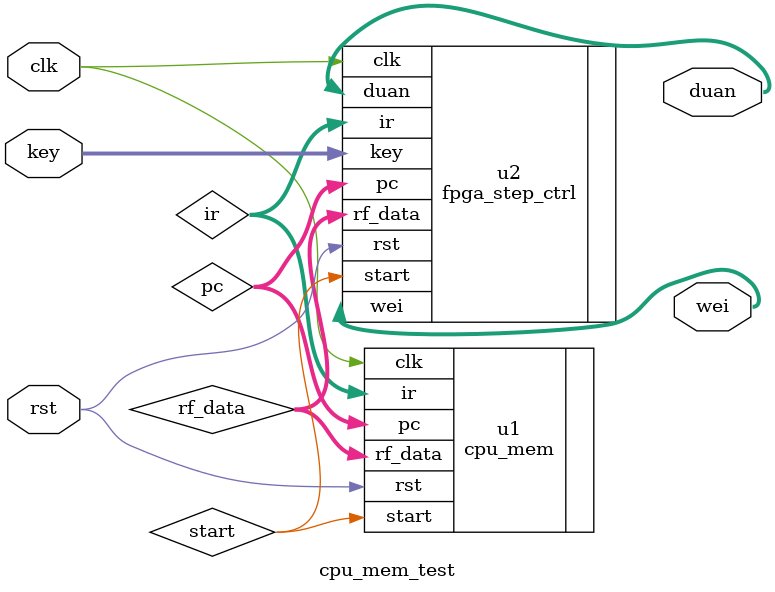
<source format=v>

module cpu_mem_test (
    input clk,rst,
    input [1:0] key,
    output [7:0] duan,
    output [3:0] wei
);
wire[39:0] rf_data;
wire[7:0] pc;
wire start;
wire[15:0] ir;

cpu_mem u1(
    .clk(clk),
    .rst(rst),
    .start(start),
    .rf_data(rf_data),
    .pc(pc),
    .ir(ir)
);

fpga_step_ctrl u2(
    .clk(clk),
    .rst(rst),
    .key(key),
    .start(start),
    .duan(duan),
    .wei(wei),
    .pc(pc),
    .ir(ir),
    .rf_data(rf_data)
);

endmodule //cpu_mem_test
</source>
